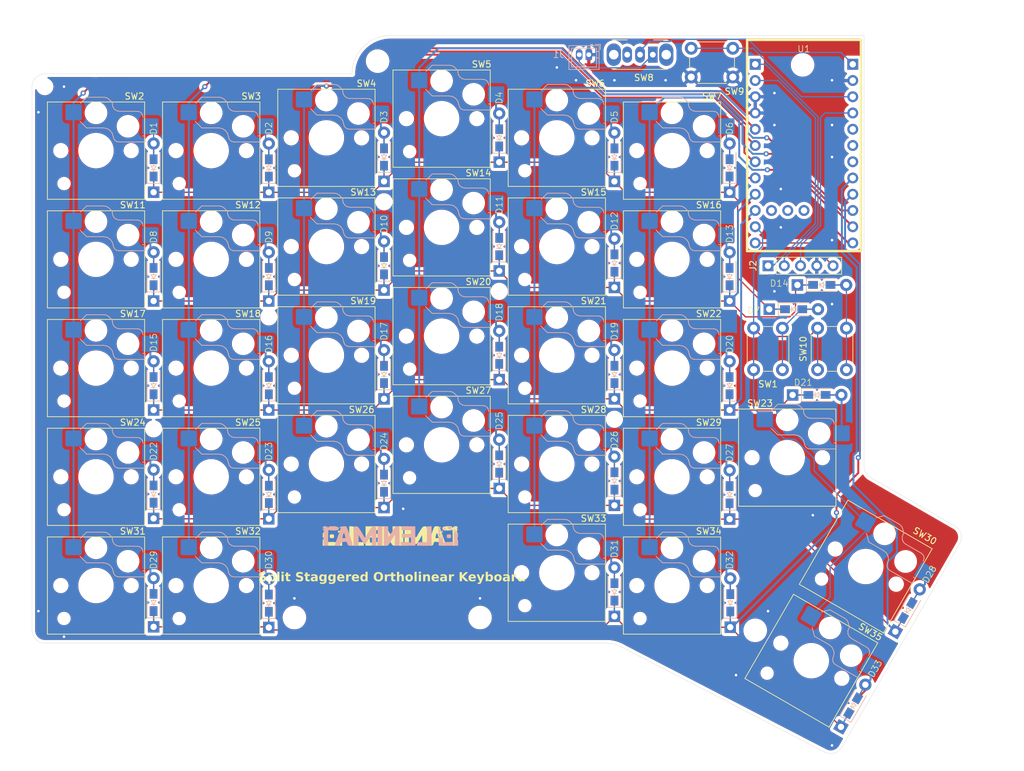
<source format=kicad_pcb>
(kicad_pcb (version 20240108) (generator "pcbnew") (generator_version "8.0")
  (layers (0 "F.Cu" signal) (31 "B.Cu" signal) (34 "B.Paste" user) (35 "F.Paste" user) (36 "B.SilkS" user "B.Silkscreen") (37 "F.SilkS" user "F.Silkscreen") (38 "B.Mask" user) (39 "F.Mask" user) (44 "Edge.Cuts" user))
  (net 0 "")
  (net 1 "GNDREF")
  (net 2 "Net-(D1-A)")
  (net 3 "ROW_3")
  (net 4 "ROW_4")
  (net 5 "Net-(D2-A)")
  (net 6 "Net-(D7-A)")
  (net 7 "Net-(D8-A)")
  (net 8 "Net-(D9-A)")
  (net 9 "Net-(D10-A)")
  (net 10 "Net-(D11-A)")
  (net 11 "Net-(D12-A)")
  (net 12 "Net-(D13-A)")
  (net 13 "Net-(D14-A)")
  (net 14 "Net-(D15-A)")
  (net 15 "Net-(D16-A)")
  (net 16 "Net-(D17-A)")
  (net 17 "Net-(D18-A)")
  (net 18 "ROW_2")
  (net 19 "Net-(D19-A)")
  (net 20 "Net-(D20-A)")
  (net 21 "Net-(D21-A)")
  (net 22 "Net-(D22-A)")
  (net 23 "Net-(D23-A)")
  (net 24 "Net-(D24-A)")
  (net 25 "Net-(D25-A)")
  (net 26 "ROW_1")
  (net 27 "Net-(D26-A)")
  (net 28 "Net-(D27-A)")
  (net 29 "Net-(D28-A)")
  (net 30 "Net-(D29-A)")
  (net 31 "Net-(D30-A)")
  (net 32 "Net-(D31-A)")
  (net 33 "ROW_0")
  (net 34 "Net-(D32-A)")
  (net 35 "Net-(D33-A)")
  (net 36 "Net-(J1-Pin_2)")
  (net 37 "+3.3V")
  (net 38 "VW_SCK")
  (net 39 "VW_CS")
  (net 40 "VW_MOSI")
  (net 41 "COL_A")
  (net 42 "Net-(U1-NRST)")
  (net 43 "COL_G")
  (net 44 "COL_F")
  (net 45 "COL_E")
  (net 46 "COL_D")
  (net 47 "COL_C")
  (net 48 "COL_B")
  (net 55 "Net-(D3-A)")
  (net 56 "Net-(D4-A)")
  (net 57 "Net-(D5-A)")
  (net 58 "Net-(D6-A)")
  (net 59 "Net-(SW8-B)")
  (footprint "Synth:SW_PUSH_6mm" (layer "F.Cu") (at 175 99 90)
    (property "Reference" "SW10")
    (property "Value" "NEXT")
  )
  (footprint "ScottoKeebs_Hotswap:Hotswap_Choc_V1V2" (layer "F.Cu") (at 150 136)
    (property "Reference" "SW34")
    (property "Value" "COMMAND")
  )
  (footprint "Synth:D_SMD-THT" (layer "F.Cu") (at 105 120 90)
    (property "Reference" "D24")
    (property "Value" "1N4148")
  )
  (footprint "ScottoKeebs_Hotswap:Hotswap_Choc_V1V2" (layer "F.Cu") (at 180.263138 133.02757 -30)
    (property "Reference" "SW30")
    (property "Value" "ALT_1")
  )
  (footprint "Synth:D_SMD-THT" (layer "F.Cu") (at 141 137 90)
    (property "Reference" "D31")
    (property "Value" "1N4148")
  )
  (footprint "ScottoKeebs_Hotswap:Hotswap_Choc_V1V2" (layer "F.Cu") (at 114 97)
    (property "Reference" "SW20")
    (property "Value" "D")
  )
  (footprint "ScottoKeebs_Hotswap:Hotswap_Choc_V1V2" (layer "F.Cu") (at 60 119)
    (property "Reference" "SW24")
    (property "Value" "SHIFT")
  )
  (footprint "ScottoKeebs_Hotswap:Hotswap_Choc_V1V2" (layer "F.Cu") (at 168 116)
    (property "Reference" "SW23")
    (property "Value" "M2")
  )
  (footprint "Synth:D_SMD-THT" (layer "F.Cu") (at 169 92.8)
    (property "Reference" "D7")
    (property "Value" "1N4148")
  )
  (footprint "Synth:D_SMD-THT" (layer "F.Cu") (at 87 104.75 90)
    (property "Reference" "D16")
    (property "Value" "1N4148")
  )
  (footprint "keyboard:MountingPin_M2" (layer "F.Cu") (at 141 110)
    (property "Reference" "H6" (hide yes))
    (property "Value" "MountingHole")
  )
  (footprint "ScottoKeebs_Hotswap:Hotswap_Choc_V1V2" (layer "F.Cu") (at 96 66)
    (property "Reference" "SW4")
    (property "Value" "2")
  )
  (footprint "Synth:D_SMD-THT" (layer "F.Cu") (at 159.1 138.7 90)
    (property "Reference" "D32")
    (property "Value" "1N4148")
  )
  (footprint "Synth:D_SMD-THT" (layer "F.Cu") (at 105 69 90)
    (property "Reference" "D3")
    (property "Value" "1N4148")
  )
  (footprint "ScottoKeebs_Hotswap:Hotswap_Choc_V1V2" (layer "F.Cu") (at 78 85)
    (property "Reference" "SW12")
    (property "Value" "Q")
  )
  (footprint "ScottoKeebs_Hotswap:Hotswap_Choc_V1V2" (layer "F.Cu") (at 114 80)
    (property "Reference" "SW14")
    (property "Value" "E")
  )
  (footprint "Synth:D_SMD-THT" (layer "F.Cu") (at 141 119.65 90)
    (property "Reference" "D26")
    (property "Value" "1N4148")
  )
  (footprint "ScottoKeebs_Hotswap:Hotswap_Choc_V1V2" (layer "F.Cu") (at 78 102)
    (property "Reference" "SW18")
    (property "Value" "A")
  )
  (footprint "ScottoKeebs_Hotswap:Hotswap_Choc_V1V2" (layer "F.Cu") (at 114 63)
    (property "Reference" "SW5")
    (property "Value" "3")
  )
  (footprint "Synth:D_SMD-THT" (layer "F.Cu") (at 87 70.71 90)
    (property "Reference" "D2")
    (property "Value" "1N4148")
  )
  (footprint "keyboard:MountingPin_M3" (layer "F.Cu") (at 104 54)
    (property "Reference" "H8" (hide yes))
    (property "Value" "MountingHole")
  )
  (footprint "Synth:D_SMD-THT" (layer "F.Cu") (at 105 103 90)
    (property "Reference" "D17")
    (property "Value" "1N4148")
  )
  (footprint "ScottoKeebs_Hotswap:Hotswap_Choc_V1V2" (layer "F.Cu") (at 132 83)
    (property "Reference" "SW15")
    (property "Value" "R")
  )
  (footprint "ScottoKeebs_Hotswap:Hotswap_Choc_V1V2" (layer "F.Cu") (at 60 102)
    (property "Reference" "SW17")
    (property "Value" "CAPS")
  )
  (footprint "Synth:D_SMD-THT" (layer "F.Cu") (at 87 87.7 90)
    (property "Reference" "D9")
    (property "Value" "1N4148")
  )
  (footprint "ScottoKeebs_Hotswap:Hotswap_Choc_V1V2" (layer "F.Cu") (at 96 117)
    (property "Reference" "SW26")
    (property "Value" "X")
  )
  (footprint "Synth:D_SMD-THT" (layer "F.Cu") (at 123 66 90)
    (property "Reference" "D4")
    (property "Value" "1N4148")
  )
  (footprint "Button_Switch_THT:SW_Slide_SPDT_Angled_CK_OS102011MA1Q" (layer "F.Cu") (at 147 53 180)
    (property "Reference" "SW8")
    (property "Value" "ON_OFF")
  )
  (footprint "Synth:D_SMD-THT" (layer "F.Cu") (at 172.65 106.2)
    (property "Reference" "D21")
    (property "Value" "1N4148")
  )
  (footprint "Synth:D_SMD-THT" (layer "F.Cu") (at 87 121.75 90)
    (property "Reference" "D23")
    (property "Value" "1N4148")
  )
  (footprint "Synth:D_SMD-THT" (layer "F.Cu") (at 123 117 90)
    (property "Reference" "D25")
    (property "Value" "1N4148")
  )
  (footprint "ScottoKeebs_Hotswap:Hotswap_Choc_V1V2" (layer "F.Cu") (at 60 136)
    (property "Reference" "SW31")
    (property "Value" "FN")
  )
  (footprint "Synth:D_SMD-THT" (layer "F.Cu") (at 186.8 139.9 60)
    (property "Reference" "D28")
    (property "Value" "1N4148")
  )
  (footprint "keyboard:MountingPin_M2" (layer "F.Cu") (at 52 58)
    (property "Reference" "H2" (hide yes))
    (property "Value" "MountingHole")
  )
  (footprint "ScottoKeebs_Hotswap:Hotswap_Choc_V1V2" (layer "F.Cu") (at 96 83)
    (property "Reference" "SW13")
    (property "Value" "W")
  )
  (footprint "ScottoKeebs_Hotswap:Hotswap_Choc_V1V2" (layer "F.Cu") (at 171.76314 147.75 -30)
    (property "Reference" "SW35")
    (property "Value" "SPACE")
  )
  (footprint "keyboard:MountingPin_M2" (layer "F.Cu") (at 87 94)
    (property "Reference" "H5" (hide yes))
    (property "Value" "MountingHole")
  )
  (footprint "keyboard:MountingPin_M3" (layer "F.Cu") (at 170.4 54.6)
    (property "Reference" "H7" (hide yes))
    (property "Value" "MountingHole")
  )
  (footprint "ScottoKeebs_Hotswap:Hotswap_Choc_V1V2" (layer "F.Cu") (at 60 68)
    (property "Reference" "SW2")
    (property "Value" "TILDA")
  )
  (footprint "ScottoKeebs_Hotswap:Hotswap_Choc_V1V2" (layer "F.Cu") (at 150 85)
    (property "Reference" "SW16")
    (property "Value" "T")
  )
  (footprint "ScottoKeebs_Hotswap:Hotswap_Choc_V1V2" (layer "F.Cu") (at 114 114)
    (property "Reference" "SW27")
    (property "Value" "C")
  )
  (footprint "ScottoKeebs_Hotswap:Hotswap_Choc_V1V2" (layer "F.Cu") (at 78 119)
    (property "Reference" "SW25")
    (property "Value" "Z")
  )
  (footprint "Synth:D_SMD-THT" (layer "F.Cu") (at 69 138.65 90)
    (property "Reference" "D29")
    (property "Value" "1N4148")
  )
  (footprint "keyboard:MountingPin_M3" (layer "F.Cu") (at 120 141)
    (property "Reference" "H11" (hide yes))
    (property "Value" "MountingHole")
  )
  (footprint "Synth:D_SMD-THT" (layer "F.Cu") (at 141 69 90)
    (property "Reference" "D5")
    (property "Value" "1N4148")
  )
  (footprint "Synth:D_SMD-THT" (layer "F.Cu") (at 123 83 90)
    (property "Reference" "D11")
    (property "Value" "1N4148")
  )
  (footprint "ScottoKeebs_Hotswap:Hotswap_Choc_V1V2" (layer "F.Cu") (at 60 85)
    (property "Reference" "SW11")
    (property "Value" "TAB")
  )
  (footprint "Synth:D_SMD-THT" (layer "F.Cu") (at 159 70.7 90)
    (property "Reference" "D6")
    (property "Value" "1N4148")
  )
  (footprint "keyboard:MountingPin_M3" (layer "F.Cu") (at 163 143)
    (property "Reference" "H9" (hide yes))
    (property "Value" "MountingHole")
  )
  (footprint "ScottoKeebs_Hotswap:Hotswap_Choc_V1V2" (layer "F.Cu") (at 78 68)
    (property "Reference" "SW3")
    (property "Value" "1")
  )
  (footprint "ScottoKeebs_Hotswap:Hotswap_Choc_V1V2" (layer "F.Cu") (at 150 119)
    (property "Reference" "SW29")
    (property "Value" "B")
  )
  (footprint "Synth:D_SMD-THT" (layer "F.Cu") (at 69 87.7 90)
    (property "Reference" "D8")
    (property "Value" "1N4148")
  )
  (footprint "ScottoKeebs_Hotswap:Hotswap_Choc_V1V2" (layer "F.Cu") (at 132 66)
    (property "Reference" "SW6")
    (property "Value" "4")
  )
  (footprint "keyboard:nice!nano" (layer "F.Cu") (at 163 54.5)
    (property "Reference" "U1")
    (property "Value" "nice!nano")
  )
  (footprint "Synth:D_SMD-THT" (layer "F.Cu") (at 141 103 90)
    (property "Reference" "D19")
    (property "Value" "1N4148")
  )
  (footprint "ScottoKeebs_Hotswap:Hotswap_Choc_V1V2" (layer "F.Cu") (at 132 134)
    (property "Reference" "SW33")
    (property "Value" "OPTION")
  )
  (footprint "Synth:lenimal_logo_full" (layer "F.Cu") (at 106 128.25)
    (property "Reference" "G***" (hide yes))
    (property "Value" "LOGO" (hide yes))
  )
  (footprint "Synth:D_SMD-THT" (layer "F.Cu") (at 87 138.75 90)
    (property "Reference" "D30")
    (property "Value" "1N4148")
  )
  (footprint "ScottoKeebs_Hotswap:Hotswap_Choc_V1V2" (layer "F.Cu") (at 132 117)
    (property "Reference" "SW28")
    (property "Value" "V")
  )
  (footprint "ScottoKeebs_Hotswap:Hotswap_Choc_V1V2" (layer "F.Cu") (at 132 100)
    (property "Reference" "SW21")
    (property "Value" "F")
  )
  (footprint "Synth:D_SMD-THT" (layer "F.Cu") (at 69 104.75 90)
    (property "Reference" "D15")
    (property "Value" "1N4148")
  )
  (footprint "Synth:D_SMD-THT" (layer "F.Cu") (at 173.4 89)
    (property "Reference" "D14")
    (property "Value" "1N4148")
  )
  (footprint "keyboard:MountingPin_M2" (layer "F.Cu") (at 105 76)
    (property "Reference" "H3" (hide yes))
    (property "Value" "MountingHole")
  )
  (footprint "Synth:D_SMD-THT" (layer "F.Cu") (at 105 86 90)
    (property "Reference" "D10")
    (property "Value" "1N4148")
  )
  (footprint "Synth:D_SMD-THT" (layer "F.Cu") (at 69 121.7 90)
    (property "Reference" "D22")
    (property "Value" "1N4148")
  )
  (footprint "Synth:D_SMD-THT" (layer "F.Cu") (at 159 104.75 90)
    (property "Reference" "D20")
    (property "Value" "1N4148")
  )
  (footprint "Connector_PinHeader_2.54mm:PinHeader_1x05_P2.54mm_Vertical" (layer "F.Cu") (at 165 86 90)
    (property "Reference" "J2")
    (property "Value" "nice!view")
  )
  (footprint "Synth:SW_PUSH_6mm" (layer "F.Cu") (at 156.25 54.25)
    (property "Reference" "SW9")
    (property "Value" "NRST")
  )
  (footprint "Synth:D_SMD-THT" (layer "F.Cu") (at 123 100 90)
    (property "Reference" "D18")
    (property "Value" "1N4148")
  )
  (footprint "Synth:D_SMD-THT" (layer "F.Cu") (at 69 70.7 90)
    (property "Reference" "D1")
    (property "Value" "1N4148")
  )
  (footprint "keyboard:MountingPin_M2" (layer "F.Cu") (at 123 90)
    (property "Reference" "H4" (hide yes))
    (property "Value" "MountingHole")
  )
  (footprint "ScottoKeebs_Hotswap:Hotswap_Choc_V1V2" (layer "F.Cu") (at 150 68)
    (property "Reference" "SW7")
    (property "Value" "5")
  )
  (footprint "Synth:D_SMD-THT" (layer "F.Cu") (at 159 121.8 90)
    (property "Reference" "D27")
    (property "Value" "1N4148")
  )
  (footprint "Synth:D_SMD-THT" (layer "F.Cu") (at 141 85.58 90)
    (property "Reference" "D12")
    (property "Value" "1N4148")
  )
  (footprint "ScottoKeebs_Hotswap:Hotswap_Choc_V1V2" (layer "F.Cu") (at 96 100)
    (property "Reference" "SW19")
    (property "Value" "S")
  )
  (footprint "Synth:D_SMD-THT" (layer "F.Cu") (at 159 87.7 90)
    (property "Reference" "D13")
    (property "Value" "1N4148")
  )
  (footprint "Synth:SW_PUSH_6mm" (layer "F.Cu") (at 165 99 90)
    (property "Reference" "SW1")
    (property "Value" "PLAY/PAUSE")
  )
  (footprint "ScottoKeebs_Hotswap:Hotswap_Choc_V1V2" (layer "F.Cu") (at 78 136)
    (property "Reference" "SW32")
    (property "Value" "CONTROL")
  )
  (footprint "keyboard:MountingPin_M2" (layer "F.Cu") (at 69 111.5)
    (property "Reference" "H1" (hide yes))
    (property "Value" "MountingHole")
  )
  (footprint "ScottoKeebs_Hotswap:Hotswap_Choc_V1V2" (layer "F.Cu") (at 150 102)
    (property "Reference" "SW22")
    (property "Value" "G")
  )
  (footprint "keyboard:MountingPin_M3" (layer "F.Cu") (at 91 141)
    (property "Reference" "H10" (hide yes))
    (property "Value" "MountingHole")
  )
  (footprint "Synth:D_SMD-THT" (layer "F.Cu") (at 178.3 154.8 60)
    (property "Reference" "D33")
    (property "Value" "1N4148")
  )
  (footprint "Synth:lenimal_logo_full" (layer "B.Cu") (at 106 128.25 180)
    (property "Reference" "G***" (hide yes))
    (property "Value" "LOGO" (hide yes))
  )
  (footprint "Connector_JST:JST_ZH_B2B-ZR_1x02_P1.50mm_Vertical" (layer "B.Cu") (at 137 53 180)
    (property "Reference" "J1")
    (property "Value" "BATT")
  )
  (gr_arc (start 100 56) (mid 101.757359 51.757359) (end 106 50) (stroke (width 0.05)) (layer "Edge.Cuts"))
  (gr_line (start 142.337811 145.712535) (end 173.8 161.999999) (stroke (width 0.05)) (layer "Edge.Cuts"))
  (gr_arc (start 139.765332 145) (mid 141.1 145.181425) (end 142.337811 145.712535) (stroke (width 0.05)) (layer "Edge.Cuts"))
  (gr_arc (start 181.015017 119.1) (mid 180.250489 118.319809) (end 180 117.25658) (stroke (width 0.05)) (layer "Edge.Cuts"))
  (gr_arc (start 194.2 126.7) (mid 195.13179 127.914367) (end 194.931924 129.431922) (stroke (width 0.05)) (layer "Edge.Cuts"))
  (gr_line (start 194.2 126.7) (end 181.015017 119.1) (stroke (width 0.05)) (layer "Edge.Cuts"))
  (gr_line (start 180 117.25658) (end 180 50) (stroke (width 0.05)) (layer "Edge.Cuts"))
  (gr_arc (start 52 145) (mid 50.585786 144.414214) (end 50 143) (stroke (width 0.05)) (layer "Edge.Cuts"))
  (gr_line (start 176.531922 161.268075) (end 194.931924 129.431922) (stroke (width 0.05)) (layer "Edge.Cuts"))
  (gr_line (start 52 145) (end 139.765332 145) (stroke (width 0.05)) (layer "Edge.Cuts"))
  (gr_line (start 50 143) (end 50 58) (stroke (width 0.05)) (layer "Edge.Cuts"))
  (gr_line (start 106 50) (end 180 50) (stroke (width 0.05)) (layer "Edge.Cuts"))
  (gr_arc (start 176.531922 161.268075) (mid 175.317555 162.199865) (end 173.8 161.999999) (stroke (width 0.05)) (layer "Edge.Cuts"))
  (gr_arc (start 50 58) (mid 50.585786 56.585786) (end 52 56) (stroke (width 0.05)) (layer "Edge.Cuts"))
  (gr_line (start 100 56) (end 52 56) (stroke (width 0.05)) (layer "Edge.Cuts"))
  (gr_text "Split Staggered Ortholinear Keyboard" (at 106.25 134.75 0) (layer "F.SilkS") (effects (font (size 1.4 1.4) (thickness 0.1))))
  (via (at 51 62) (size 0.8) (drill 0.4) (layers "F.Cu" "B.Cu") (net 1))
  (via (at 175 69) (size 0.8) (drill 0.4) (layers "F.Cu" "B.Cu") (net 1))
  (via (at 55 144) (size 0.8) (drill 0.4) (layers "F.Cu" "B.Cu") (net 1))
  (via (at 166 64) (size 0.8) (drill 0.4) (layers "F.Cu" "B.Cu") (net 1))
  (via (at 141 57) (size 0.8) (drill 0.4) (layers "F.Cu" "B.Cu") (net 1))
  (via (at 175 161) (size 0.8) (drill 0.4) (layers "F.Cu" "B.Cu") (net 1))
  (via (at 166 59) (size 0.8) (drill 0.4) (layers "F.Cu" "B.Cu") (net 1))
  (via (at 167 74) (size 0.8) (drill 0.4) (layers "F.Cu" "B.Cu") (net 1))
  (via (at 149 57) (size 0.8) (drill 0.4) (layers "F.Cu" "B.Cu") (net 1))
  (via (at 160 150) (size 0.8) (drill 0.4) (layers "F.Cu" "B.Cu") (net 1))
  (via (at 91 138) (size 0.8) (drill 0.4) (layers "F.Cu" "B.Cu") (net 1))
  (via (at 166 90) (size 0.8) (drill 0.4) (layers "F.Cu" "B.Cu") (net 1))
  (via (at 51 140) (size 0.8) (drill 0.4) (layers "F.Cu" "B.Cu") (net 1))
  (via (at 175 64) (size 0.8) (drill 0.4) (layers "F.Cu" "B.Cu") (net 1))
  (via (at 172 125) (size 0.8) (drill 0.4) (layers "F.Cu" "B.Cu") (net 1))
  (via (at 120 138) (size 0.8) (drill 0.4) (layers "F.Cu" "B.Cu") (net 1))
  (via (at 175 57) (size 0.8) (drill 0.4) (layers "F.Cu" "B.Cu") (net 1))
  (via (at 175 92) (size 0.8) (drill 0.4) (layers "F.Cu" "B.Cu") (net 1))
  (via (at 108 124) (size 0.8) (drill 0.4) (layers "F.Cu" "B.Cu") (net 1))
  (via (at 132 55) (size 0.8) (drill 0.4) (layers "F.Cu" "B.Cu") (net 1))
  (via (at 165 140) (size 0.8) (drill 0.4) (layers "F.Cu" "B.Cu") (net 1))
  (via (at 175 82) (size 0.8) (drill 0.4) (layers "F.Cu" "B.Cu") (net 1))
  (via (at 135 57) (size 0.8) (drill 0.4) (layers "F.Cu" "B.Cu") (net 1))
  (via (at 167 80) (size 0.8) (drill 0.4) (layers "F.Cu" "B.Cu") (net 1))
  (via (at 55 58) (size 0.8) (drill 0.4) (layers "F.Cu" "B.Cu") (net 1))
  (segment (start 175.04 57.04) (end 175 57) (width 0.3) (layer "B.Cu") (net 1))
  (segment (start 178.24 57.04) (end 175.04 57.04) (width 0.3) (layer "B.Cu") (net 1))
  (segment (start 69 66.89) (end 69 69.35) (width 0.2) (layer "F.Cu") (net 2))
  (segment (start 68.5 64.3) (end 69 64.8) (width 0.2) (layer "B.Cu") (net 2))
  (segment (start 68.5 64.2) (end 68.5 64.3) (width 0.2) (layer "B.Cu") (net 2))
  (segment (start 69 66.89) (end 69 69.35) (width 0.2) (layer "B.Cu") (net 2))
  (segment (start 69 64.8) (end 69 66.89) (width 0.2) (layer "B.Cu") (net 2))
  (segment (start 169.59 89) (end 169.3 89.29) (width 0.2) (layer "F.Cu") (net 3))
  (segment (start 159 91.51) (end 143.12 91.51) (width 0.2) (layer "F.Cu") (net 3))
  (segment (start 69 91.51) (end 69 89.05) (width 0.2) (layer "F.Cu") (net 3))
  (segment (start 87 91.51) (end 69 91.51) (width 0.2) (layer "F.Cu") (net 3))
  (segment (start 108 86.81) (end 105 89.81) (width 0.2) (layer "F.Cu") (net 3))
  (segment (start 88.7 89.81) (end 87 91.51) (width 0.2) (layer "F.Cu") (net 3))
  (segment (start 161.479 93.989) (end 159 91.51) (width 0.2) (layer "F.Cu") (net 3))
  (segment (start 168.411 93.989) (end 161.479 93.989) (width 0.2) (layer "F.Cu") (net 3))
  (segment (start 123 86.81) (end 123 84.35) (width 0.2) (layer "F.Cu") (net 3))
  (segment (start 123 86.81) (end 108 86.81) (width 0.2) (layer "F.Cu") (net 3))
  (segment (start 141 89.39) (end 141 86.93) (width 0.2) (layer "F.Cu") (net 3))
  (segment (start 141 89.39) (end 125.58 89.39) (width 0.2) (layer "F.Cu") (net 3))
  (segment (start 169.3 89.29) (end 169.3 93.1) (width 0.2) (layer "F.Cu") (net 3))
  (segment (start 125.58 89.39) (end 123 86.81) (width 0.2) (layer "F.Cu") (net 3))
  (segment (start 143.12 91.51) (end 141 89.39) (width 0.2) (layer "F.Cu") (net 3))
  (segment (start 105 89.81) (end 105 87.35) (width 0.2) (layer "F.Cu") (net 3))
  (segment (start 105 89.81) (end 88.7 89.81) (width 0.2) (layer "F.Cu") (net 3))
  (segment (start 87 91.51) (end 87 89.05) (width 0.2) (layer "F.Cu") (net 3))
  (segment (start 159 91.51) (end 159 89.05) (width 0.2) (layer "F.Cu") (net 3))
  (segment (start 172.05 89) (end 169.59 89) (width 0.2) (layer "F.Cu") (net 3))
  (segment (start 169.3 93.1) (end 168.411 93.989) (width 0.2) (layer "F.Cu") (net 3))
  (segment (start 163 74.82) (end 160.3 77.52) (width 0.3) (layer "B.Cu") (net 3))
  (segment (start 160.3025 90.2075) (end 159 91.51) (width 0.3) (layer "B.Cu") (net 3))
  (segment (start 172.05 89) (end 169.59 89) (width 0.2) (layer "B.Cu") (net 3))
  (segment (start 141 89.39) (end 141 86.93) (width 0.2) (layer "B.Cu") (net 3))
  (segment (start 159 91.51) (end 159 89.05) (width 0.2) (layer "B.Cu") (net 3))
  (segment (start 160.3025 83.350486) (end 160.3025 90.2075) (width 0.3) (layer "B.Cu") (net 3))
  (segment (start 105 89.81) (end 105 87.35) (width 0.2) (layer "B.Cu") (net 3))
  (segment (start 87 89.05) (end 87 91.51) (width 0.2) (layer "B.Cu") (net 3))
  (segment (start 123 84.35) (end 123 86.81) (width 0.2) (layer "B.Cu") (net 3))
  (segment (start 160.3 83.347986) (end 160.3025 83.350486) (width 0.3) (layer "B.Cu") (net 3))
  (segment (start 69 91.51) (end 69 89.05) (width 0.2) (layer "B.Cu") (net 3))
  (segment (start 160.3 77.52) (end 160.3 83.347986) (width 0.3) (layer "B.Cu") (net 3))
  (segment (start 108 69.81) (end 123 69.81) (width 0.2) (layer "F.Cu") (net 4))
  (segment (start 160.2525 75.7625) (end 160.2525 87.8625) (width 0.2) (layer "F.Cu") (net 4))
  (segment (start 138 69.81) (end 141 72.81) (width 0.2) (layer "F.Cu") (net 4))
  (segment (start 103.29 74.52) (end 105 72.81) (width 0.2) (layer "F.Cu") (net 4))
  (segment (start 160.2525 87.8625) (end 165.19 92.8) (width 0.2) (layer "F.Cu") (net 4))
  (segment (start 105 70.35) (end 105 72.81) (width 0.2) (layer "F.Cu") (net 4))
  (segment (start 142.7 74.51) (end 159 74.51) (width 0.2) (layer "F.Cu") (net 4))
  (segment (start 141 72.81) (end 142.7 74.51) (width 0.2) (layer "F.Cu") (net 4))
  (segment (start 86.99 74.51) (end 87 74.52) (width 0.2) (layer "F.Cu") (net 4))
  (segment (start 167.65 92.8) (end 165.19 92.8) (width 0.2) (layer "F.Cu") (net 4))
  (segment (start 123 67.35) (end 123 69.81) (width 0.2) (layer "F.Cu") (net 4))
  (segment (start 69 72.05) (end 69 74.51) (width 0.2) (layer "F.Cu") (net 4))
  (segment (start 123 69.81) (end 138 69.81) (width 0.2) (layer "F.Cu") (net 4))
  (segment (start 163 72.28) (end 161.23 72.28) (width 0.3) (layer "F.Cu") (net 4))
  (segment (start 159 72.05) (end 159 74.51) (width 0.2) (layer "F.Cu") (net 4))
  (segment (start 161.23 72.28) (end 159 74.51) (width 0.3) (layer "F.Cu") (net 4))
  (segment (start 159 74.51) (end 160.2525 75.7625) (width 0.2) (layer "F.Cu") (net 4))
  (segment (start 87 72.06) (end 87 74.52) (width 0.2) (layer "F.Cu") (net 4))
  (segment (start 141 70.35) (end 141 72.81) (width 0.2) (layer "F.Cu") (net 4))
  (segment (start 105 72.81) (end 108 69.81) (width 0.2) (layer "F.Cu") (net 4))
  (segment (start 69 74.51) (end 86.99 74.51) (width 0.2) (layer "F.Cu") (net 4))
  (segment (start 87 74.52) (end 103.29 74.52) (width 0.2) (layer "F.Cu") (net 4))
  (segment (start 87 72.06) (end 87 74.52) (width 0.2) (layer "B.Cu") (net 4))
  (segment (start 105 70.35) (end 105 72.81) (width 0.2) (layer "B.Cu") (net 4))
  (segment (start 141 70.35) (end 141 72.81) (width 0.2) (layer "B.Cu") (net 4))
  (segment (start 123 67.35) (end 123 69.81) (width 0.2) (layer "B.Cu") (net 4))
  (segment (start 167.65 92.8) (end 165.19 92.8) (width 0.2) (layer "B.Cu") (net 4))
  (segment (start 69 72.05) (end 69 74.51) (width 0.2) (layer "B.Cu") (net 4))
  (segment (start 159 72.05) (end 159 74.51) (width 0.2) (layer "B.Cu") (net 4))
  (segment (start 87 66.9) (end 87 69.36) (width 0.2) (layer "F.Cu") (net 5))
  (segment (start 87 66.9) (end 87 69.36) (width 0.2) (layer "B.Cu") (net 5))
  (segment (start 86.5 66.4) (end 87 66.9) (width 0.2) (layer "B.Cu") (net 5))
  (segment (start 86.5 64.2) (end 86.5 66.4) (width 0.2) (layer "B.Cu") (net 5))
  (segment (start 172.81 92.8) (end 170.35 92.8) (width 0.2) (layer "F.Cu") (net 6))
  (segment (start 167.25 95.75) (end 170.2 92.8) (width 0.2) (layer "B.Cu") (net 6))
  (segment (start 170.2 92.8) (end 170.35 92.8) (width 0.2) (layer "B.Cu") (net 6))
  (segment (start 170.35 92.8) (end 172.81 92.8) (width 0.2) (layer "B.Cu") (net 6))
  (segment (start 167.25 102.25) (end 167.25 95.75) (width 0.2) (layer "B.Cu") (net 6))
  (segment (start 69 86.35) (end 69 83.89) (width 0.2) (layer "F.Cu") (net 7))
  (segment (start 68.5 81.2) (end 68.5 83.39) (width 0.3) (layer "B.Cu") (net 7))
  (segment (start 68.5 83.39) (end 69 83.89) (width 0.3) (layer "B.Cu") (net 7))
  (segment (start 69 86.35) (end 69 83.89) (width 0.2) (layer "B.Cu") (net 7))
  (segment (start 87 86.35) (end 87 83.89) (width 0.2) (layer "F.Cu") (net 8))
  (segment (start 86.5 83.39) (end 87 83.89) (width 0.3) (layer "B.Cu") (net 8))
  (segment (start 87 83.89) (end 87 86.35) (width 0.2) (layer "B.Cu") (net 8))
  (segment (start 86.5 81.2) (end 86.5 83.39) (width 0.3) (layer "B.Cu") (net 8))
  (segment (start 105 84.65) (end 105 82.19) (width 0.2) (layer "F.Cu") (net 9))
  (segment (start 104.5 79.2) (end 104.5 81.69) (width 0.3) (layer "B.Cu") (net 9))
  (segment (start 104.5 81.69) (end 105 82.19) (width 0.3) (layer "B.Cu") (net 9))
  (segment (start 105 84.65) (end 105 82.19) (width 0.2) (layer "B.Cu") (net 9))
  (segment (start 123 81.65) (end 123 79.19) (width 0.2) (layer "F.Cu") (net 10))
  (segment (start 122.5 78.69) (end 123 79.19) (width 0.3) (layer "B.Cu") (net 10))
  (segment (start 123 79.19) (end 123 81.65) (width 0.2) (layer "B.Cu") (net 10))
  (segment (start 122.5 76.2) (end 122.5 78.69) (width 0.3) (layer "B.Cu") (net 10))
  (segment (start 141 84.23) (end 141 81.77) (width 0.2) (layer "F.Cu") (net 11))
  (segment (start 140.5 79.2) (end 140.5 81.27) (width 0.3) (layer "B.Cu") (net 11))
  (segment (start 140.5 81.27) (end 141 81.77) (width 0.3) (layer "B.Cu") (net 11))
  (segment (start 141 81.77) (end 141 84.23) (width 0.2) (layer "B.Cu") (net 11))
  (segment (start 159 86.35) (end 159 83.89) (width 0.2) (layer "F.Cu") (net 12))
  (segment (start 159 83.89) (end 159 86.35) (width 0.2) (layer "B.Cu") (net 12))
  (segment (start 158.5 83.39) (end 159 83.89) (width 0.3) (layer "B.Cu") (net 12))
  (segment (start 158.5 81.2) (end 158.5 83.39) (width 0.3) (layer "B.Cu") (net 12))
  (segment (start 177.21 89) (end 174.75 89) (width 0.2) (layer "F.Cu") (net 13))
  (segment (start 177.25 102.25) (end 177.25 95.75) (width 0.2) (layer "B.Cu") (net 13))
  (segment (start 177.25 89.04) (end 177.21 89) (width 0.2) (layer "B.Cu") (net 13))
  (segment (start 177.25 95.75) (end 177.25 89.04) (width 0.2) (layer "B.Cu") (net 13))
  (segment (start 177.21 89) (end 174.75 89) (width 0.2) (layer "B.Cu") (net 13))
  (segment (start 69 103.4) (end 69 100.94) (width 0.2) (layer "F.Cu") (net 14))
  (segment (start 68.5 100.44) (end 69 100.94) (width 0.3) (layer "B.Cu") (net 14))
  (segment (start 68.5 98.2) (end 68.5 100.44) (width 0.3) (layer "B.Cu") (net 14))
  (segment (start 69 100.94) (end 69 103.4) (width 0.2) (layer "B.Cu") (net 14))
  (segment (start 87 103.4) (end 87 100.94) (width 0.2) (layer "F.Cu") (net 15))
  (segment (start 87 100.94) (end 87 103.4) (width 0.2) (layer "B.Cu") (net 15))
  (segment (start 86.5 100.44) (end 87 100.94) (width 0.3) (layer "B.Cu") (net 15))
  (segment (start 86.5 98.2) (end 86.5 100.44) (width 0.3) (layer "B.Cu") (net 15))
  (segment (start 105 101.65) (end 105 99.19) (width 0.2) (layer "F.Cu") (net 16))
  (segment (start 105 99.19) (end 105 101.65) (width 0.2) (layer "B.Cu") (net 16))
  (segment (start 104.5 98.69) (end 105 99.19) (width 0.3) (layer "B.Cu") (net 16))
  (segment (start 104.5 96.2) (end 104.5 98.69) (width 0.3) (layer "B.Cu") (net 16))
  (segment (start 123 98.65) (end 123 96.19) (width 0.2) (layer "F.Cu") (net 17))
  (segment (start 123 96.19) (end 123 98.65) (width 0.2) (layer "B.Cu") (net 17))
  (segment (start 122.5 93.2) (end 122.5 95.69) (width 0.3) (layer "B.Cu") (net 17))
  (segment (start 122.5 95.69) (end 123 96.19) (width 0.3) (layer "B.Cu") (net 17))
  (segment (start 159 108.56) (end 159 106.1) (width 0.2) (layer "F.Cu") (net 18))
  (segment (start 159 108.56) (end 166.48 108.56) (width 0.2) (layer "F.Cu") (net 18))
  (segment (start 141 106.81) (end 141 104.35) (width 0.2) (layer "F.Cu") (net 18))
  (segment (start 123.49 103.81) (end 126.49 106.81) (width 0.2) (layer "F.Cu") (net 18))
  (segment (start 141 106.81) (end 142.75 108.56) (width 0.2) (layer "F.Cu") (net 18))
  (segment (start 166.48 108.56) (end 168.84 106.2) (width 0.2) (layer "F.Cu") (net 18))
  (segment (start 87 108.56) (end 103.25 108.56) (width 0.2) (layer "F.Cu") (net 18))
  (segment (start 142.75 108.56) (end 159 108.56) (width 0.2) (layer "F.Cu") (net 18))
  (segment (start 69 108.56) (end 69 106.1) (width 0.2) (layer "F.Cu") (net 18))
  (segment (start 123 103.81) (end 123.49 103.81) (width 0.2) (layer "F.Cu") (net 18))
  (segment (start 105 106.81) (end 108 103.81) (width 0.2) (layer "F.Cu") (net 18))
  (segment (start 69 108.56) (end 87 108.56) (width 0.2) (layer "F.Cu") (net 18))
  (segment (start 168.84 106.2) (end 171.3 106.2) (width 0.2) (layer "F.Cu") (net 18))
  (segment (start 126.49 106.81) (end 141 106.81) (width 0.2) (layer "F.Cu") (net 18))
  (segment (start 87 108.56) (end 87 106.1) (width 0.2) (layer "F.Cu") (net 18))
  (segment (start 123 103.81) (end 123 101.35) (width 0.2) (layer "F.Cu") (net 18))
  (segment (start 108 103.81) (end 123 103.81) (width 0.2) (layer "F.Cu") (net 18))
  (segment (start 105 106.81) (end 105 104.35) (width 0.2) (layer "F.Cu") (net 18))
  (segment (start 103.25 108.56) (end 105 106.81) (width 0.2) (layer "F.Cu") (net 18))
  (segment (start 163 77.36) (end 160.8025 79.5575) (width 0.3) (layer "B.Cu") (net 18))
  (segment (start 160.8025 79.5575) (end 160.8025 106.7575) (width 0.3) (layer "B.Cu") (net 18))
  (segment (start 141 106.81) (end 141 104.35) (width 0.2) (layer "B.Cu") (net 18))
  (segment (start 123 103.81) (end 123 101.35) (width 0.2) (layer "B.Cu") (net 18))
  (segment (start 105 106.81) (end 105 104.35) (width 0.2) (layer "B.Cu") (net 18))
  (segment (start 69 108.56) (end 69 106.1) (width 0.2) (layer "B.Cu") (net 18))
  (segment (start 87 108.56) (end 87 106.1) (width 0.2) (layer "B.Cu") (net 18))
  (segment (start 168.84 106.2) (end 171.3 106.2) (width 0.2) (layer "B.Cu") (net 18))
  (segment (start 159 108.56) (end 159 106.1) (width 0.2) (layer "B.Cu") (net 18))
  (segment (start 160.8025 106.7575) (end 159 108.56) (width 0.3) (layer "B.Cu") (net 18))
  (segment (start 141 101.65) (end 141 99.19) (width 0.2) (layer "F.Cu") (net 19))
  (segment (start 140.5 96.2) (end 140.5 98.69) (width 0.3) (layer "B.Cu") (net 19))
  (segment (start 141 99.19) (end 141 101.65) (width 0.2) (layer "B.Cu") (net 19))
  (segment (start 140.5 98.69) (end 141 99.19) (width 0.3) (layer "B.Cu") (net 19))
  (segment (start 159 100.94) (end 159 103.4) (width 0.2) (layer "F.Cu") (net 20))
  (segment (start 158.5 98.2) (end 158.5 100.44) (width 0.3) (layer "B.Cu") (net 20))
  (segment (start 158.5 100.44) (end 159 100.94) (width 0.3) (layer "B.Cu") (net 20))
  (segment (start 159 100.94) (end 159 103.4) (width 0.2) (layer "B.Cu") (net 20))
  (segment (start 174 106.2) (end 176.46 106.2) (width 0.2) (layer "F.Cu") (net 21))
  (segment (start 176.5 106.24) (end 176.46 106.2) (width 0.3) (layer "B.Cu") (net 21))
  (segment (start 176.5 112.2) (end 176.5 106.24) (width 0.3) (layer "B.Cu") (net 21))
  (segment (start 176.46 106.2) (end 174 106.2) (width 0.2) (layer "B.Cu") (net 21))
  (segment (start 69 120.35) (end 69 117.89) (width 0.2) (layer "F.Cu") (net 22))
  (segment (start 68.5 117.39) (end 69 117.89) (width 0.3) (layer "B.Cu") (net 22))
  (segment (start 69 117.89) (end 69 120.35) (width 0.2) (layer "B.Cu") (net 22))
  (segment (start 68.5 115.2) (end 68.5 117.39) (width 0.3) (layer "B.Cu") (net 22))
  (segment (start 87 120.4) (end 87 117.94) (width 0.2) (layer "F.Cu") (net 23))
  (segment (start 86.5 117.44) (end 87 117.94) (width 0.3) (layer "B.Cu") (net 23))
  (segment (start 87 117.94) (end 87 120.4) (width 0.2) (layer "B.Cu") (net 23))
  (segment (start 86.5 115.2) (end 86.5 117.44) (width 0.3) (layer "B.Cu") (net 23))
  (segment (start 105 118.65) (end 105 116.19) (width 0.2) (layer "F.Cu") (net 24))
  (segment (start 104.5 113.2) (end 104.5 115.69) (width 0.3) (layer "B.Cu") (net 24))
  (segment (start 105 116.19) (end 105 118.65) (width 0.2) (layer "B.Cu") (net 24))
  (segment (start 104.5 115.69) (end 105 116.19) (width 0.3) (layer "B.Cu") (net 24))
  (segment (start 123 115.65) (end 123 113.19) (width 0.2) (layer "F.Cu") (net 25))
  (segment (start 122.5 112.69) (end 123 113.19) (width 0.3) (layer "B.Cu") (net 25))
  (segment (start 122.5 110.2) (end 122.5 112.69) (width 0.3) (layer "B.Cu") (net 25))
  (segment (start 123 113.19) (end 123 115.65) (width 0.2) (layer "B.Cu") (net 25))
  (segment (start 87 125.56) (end 69.05 125.56) (width 0.2) (layer "F.Cu") (net 26))
  (segment (start 186.125 141.069134) (end 184.895 143.199556) (width 0.2) (layer "F.Cu") (net 26))
  (segment (start 108 120.81) (end 105 123.81) (width 0.2) (layer "F.Cu") (net 26))
  (segment (start 123 118.35) (end 123 120.81) (width 0.2) (layer "F.Cu") (net 26))
  (segment (start 159 125.61) (end 159 123.15) (width 0.2) (layer "F.Cu") (net 26))
  (segment (start 105 123.81) (end 105 121.35) (width 0.2) (layer "F.Cu") (net 26))
  (segment (start 123 120.81) (end 108 120.81) (width 0.2) (layer "F.Cu") (net 26))
  (segment (start 87 125.56) (end 87 123.1) (width 0.2) (layer "F.Cu") (net 26))
  (segment (start 141 123.46) (end 125.65 123.46) (width 0.2) (layer "F.Cu") (net 26))
  (segment (start 141 123.46) (end 141 121) (width 0.2) (layer "F.Cu") (net 26))
  (segment (start 88.75 123.81) (end 87 125.56) (width 0.2) (layer "F.Cu") (net 26))
  (segment (start 69.05 125.56) (end 69 125.51) (width 0.2) (layer "F.Cu") (net 26))
  (segment (start 159 125.61) (end 144.833654 125.61) (width 0.2) (layer "F.Cu") (net 26))
  (segment (start 125.65 123.46) (end 123 120.81) (width 0.2) (layer "F.Cu") (net 26))
  (segment (start 105 123.81) (end 88.75 123.81) (width 0.2) (layer "F.Cu") (net 26))
  (segment (start 167.305443 125.61) (end 184.895 143.199557) (width 0.2) (layer "F.Cu") (net 26))
  (segment (start 69 125.51) (end 69 123.05) (width 0.2) (layer "F.Cu") (net 26))
  (segment (start 142.683654 123.46) (end 141 123.46) (width 0.2) (layer "F.Cu") (net 26))
  (segment (start 159 125.61) (end 167.305443 125.61) (width 0.2) (layer "F.Cu") (net 26))
  (segment (start 144.833654 125.61) (end 142.683654 123.46) (width 0.2) (layer "F.Cu") (net 26))
  (segment (start 185.138138 130.869439) (end 183.676278 132.331299) (width 0.3) (layer "B.Cu") (net 26))
  (segment (start 185.138138 127.038138) (end 185.138138 130.869439) (width 0.3) (layer "B.Cu") (net 26))
  (segment (start 178.35 115.689339) (end 178.35 120.25) (width 0.3) (layer "B.Cu") (net 26))
  (segment (start 178.24 72.28) (end 176.54 73.98) (width 0.3) (layer "B.Cu") (net 26))
  (segment (start 123 120.81) (end 123 118.35) (width 0.2) (layer "B.Cu") (net 26))
  (segment (start 178.35 120.25) (end 185.138138 127.038138) (width 0.3) (layer "B.Cu") (net 26))
  (segment (start 141 123.46) (end 141 121) (width 0.2) (layer "B.Cu") (net 26))
  (segment (start 159 125.61) (end 159 123.15) (width 0.2) (layer "B.Cu") (net 26))
  (segment (start 183.676278 132.331299) (end 183.676278 141.980835) (width 0.3) (layer "B.Cu") (net 26))
  (segment (start 176.54 73.98) (end 176.54 83.89) (width 0.3) (layer "B.Cu") (net 26))
  (segment (start 69 125.51) (end 69 123.05) (width 0.2) (layer "B.Cu") (net 26))
  (segment (start 183.676278 141.980835) (end 184.895 143.199557) (width 0.3) (layer "B.Cu") (net 26))
  (segment (start 105 123.81) (end 105 121.35) (width 0.2) (layer "B.Cu") (net 26))
  (segment (start 176.54 83.89) (end 178.85 86.2) (width 0.3) (layer "B.Cu") (net 26))
  (segment (start 184.895 143.199556) (end 186.125 141.069134) (width 0.2) (layer "B.Cu") (net 26))
  (segment (start 178.85 86.2) (end 178.85 115.189339) (width 0.3) (layer "B.Cu") (net 26))
  (segment (start 87 125.56) (end 87 123.1) (width 0.2) (layer "B.Cu") (net 26))
  (segment (start 178.85 115.189339) (end 178.35 115.689339) (width 0.3) (layer "B.Cu") (net 26))
  (segment (start 141 118.3) (end 141 115.84) (width 0.2) (layer "F.Cu") (net 27))
  (segment (start 140.5 115.34) (end 141 115.84) (width 0.3) (layer "B.Cu") (net 27))
  (segment (start 140.5 113.2) (end 140.5 115.34) (width 0.3) (layer "B.Cu") (net 27))
  (segment (start 141 115.84) (end 141 118.3) (width 0.2) (layer "B.Cu") (net 27))
  (segment (start 159 120.45) (end 159 117.99) (width 0.2) (layer "F.Cu") (net 28))
  (segment (start 158.5 115.2) (end 158.5 117.49) (width 0.3) (layer "B.Cu") (net 28))
  (segment (start 159 117.99) (end 159 120.45) (width 0.2) (layer "B.Cu") (net 28))
  (segment (start 158.5 117.49) (end 159 117.99) (width 0.3) (layer "B.Cu") (net 28))
  (segment (start 188.704999 136.600444) (end 187.475 138.730866) (width 0.2) (layer "F.Cu") (net 29))
  (segment (start 189.524354 135.781089) (end 188.705 136.600443) (width 0.3) (layer "B.Cu") (net 29))
  (segment (start 188.704999 136.600444) (end 187.475 138.730866) (width 0.2) (layer "B.Cu") (net 29))
  (segment (start 189.524354 133.986673) (end 189.524354 135.781089) (width 0.3) (layer "B.Cu") (net 29))
  (segment (start 69 137.3) (end 69 134.84) (width 0.2) (layer "F.Cu") (net 30))
  (segment (start 69 134.84) (end 69 137.3) (width 0.2) (layer "B.Cu") (net 30))
  (segment (start 68.5 134.34) (end 69 134.84) (width 0.3) (layer "B.Cu") (net 30))
  (segment (start 68.5 132.2) (end 68.5 134.34) (width 0.3) (layer "B.Cu") (net 30))
  (segment (start 87 137.4) (end 87 134.94) (width 0.2) (layer "F.Cu") (net 31))
  (segment (start 86.5 134.44) (end 87 134.94) (width 0.3) (layer "B.Cu") (net 31))
  (segment (start 86.5 132.2) (end 86.5 134.44) (width 0.3) (layer "B.Cu") (net 31))
  (segment (start 87 134.94) (end 87 137.4) (width 0.2) (layer "B.Cu") (net 31))
  (segment (start 141 135.65) (end 141 133.19) (width 0.2) (layer "F.Cu") (net 32))
  (segment (start 141 133.19) (end 141 135.65) (width 0.2) (layer "B.Cu") (net 32))
  (segment (start 140.5 132.69) (end 141 133.19) (width 0.3) (layer "B.Cu") (net 32))
  (segment (start 140.5 130.2) (end 140.5 132.69) (width 0.3) (layer "B.Cu") (net 32))
  (segment (start 87 142.56) (end 87 140.1) (width 0.2) (layer "F.Cu") (net 33))
  (segment (start 142.7 142.51) (end 141 140.81) (width 0.2) (layer "F.Cu") (net 33))
  (segment (start 159.1 142.51) (end 159.1 140.05) (width 0.2) (layer "F.Cu") (net 33))
  (segment (start 159.1 142.51) (end 164.77814 148.18814) (width 0.2) (layer "F.Cu") (net 33))
  (segment (start 175.7 121.8) (end 175.7 124.6) (width 0.3) (layer "F.Cu") (net 33))
  (segment (start 138.86 142.95) (end 87.39 142.95) (width 0.2) (layer "F.Cu") (net 33))
  (segment (start 141 140.81) (end 141 138.35) (width 0.2) (layer "F.Cu") (net 33))
  (segment (start 86.64 142.46) (end 69 142.46) (width 0.2) (layer "F.Cu") (net 33))
  (segment (start 87 142.56) (end 86.74 142.56) (width 0.2) (layer "F.Cu") (net 33))
  (segment (start 179.1 116) (end 179.1 118.4) (width 0.3) (layer "F.Cu") (net 33))
  (segment (start 164.77814 148.18814) (end 166.483583 148.18814) (width 0.2) (layer "F.Cu") (net 33))
  (segment (start 176.395 158.099556) (end 177.625 155.969134) (width 0.2) (layer "F.Cu") (net 33))
  (segment (start 159.1 142.51) (end 142.7 142.51) (width 0.2) (layer "F.Cu") (net 33))
  (segment (start 179.1 118.4) (end 175.7 121.8) (width 0.3) (layer "F.Cu") (net 33))
  (segment (start 86.74 142.56) (end 86.64 142.46) (width 0.2) (layer "F.Cu") (net 33))
  (segment (start 69 142.46) (end 69 140) (width 0.2) (layer "F.Cu") (net 33))
  (segment (start 87.39 142.95) (end 87 142.56) (width 0.2) (layer "F.Cu") (net 33))
  (segment (start 141 140.81) (end 138.86 142.95) (width 0.2) (layer "F.Cu") (net 33))
  (segment (start 166.483583 148.18814) (end 176.395 158.099557) (width 0.2) (layer "F.Cu") (net 33))
  (via (at 175.7 124.6) (size 0.8) (drill 0.4) (layers "F.Cu" "B.Cu") (net 33))
  (via (at 179.1 116) (size 0.8) (drill 0.4) (layers "F.Cu" "B.Cu") (net 33))
  (segment (start 179.1 116) (end 179.35 115.75) (width 0.3) (layer "B.Cu") (net 33))
  (segment (start 175.7 126.2) (end 159.39 142.51) (width 0.3) (layer "B.Cu") (net 33))
  (segment (start 179.35 115.75) (end 179.35 85.75) (width 0.3) (layer "B.Cu") (net 33))
  (segment (start 175.7 124.6) (end 175.7 126.2) (width 0.3) (layer "B.Cu") (net 33))
  (segment (start 177.04 83.44) (end 177.04 76.02) (width 0.3) (layer "B.Cu") (net 33))
  (segment (start 69 142.46) (end 69 140) (width 0.2) (layer "B.Cu") (net 33))
  (segment (start 87 142.56) (end 87 140.1) (width 0.2) (layer "B.Cu") (net 33))
  (segment (start 141 140.81) (end 141 138.35) (width 0.2) (layer "B.Cu") (net 33))
  (segment (start 159.39 142.51) (end 159.1 142.51) (width 0.3) (layer "B.Cu") (net 33))
  (segment (start 177.04 76.02) (end 178.24 74.82) (width 0.3) (layer "B.Cu") (net 33))
  (segment (start 176.395 158.099556) (end 177.625 155.969134) (width 0.2) (layer "B.Cu") (net 33))
  (segment (start 159.1 142.51) (end 159.1 140.05) (width 0.2) (layer "B.Cu") (net 33))
  (segment (start 179.35 85.75) (end 177.04 83.44) (width 0.3) (layer "B.Cu") (net 33))
  (segment (start 159.1 137.35) (end 159.1 134.89) (width 0.2) (layer "F.Cu") (net 34))
  (segment (start 158.5 134.29) (end 159.1 134.89) (width 0.3) (layer "B.Cu") (net 34))
  (segment (start 158.5 132.2) (end 158.5 134.29) (width 0.3) (layer "B.Cu") (net 34))
  (segment (start 159.1 134.89) (end 159.1 137.35) (width 0.2) (layer "B.Cu") (net 34))
  (segment (start 180.205 151.500443) (end 180.205 152.400866) (width 0.3) (layer "F.Cu") (net 35))
  (segment (start 180.205 152.400866) (end 178.975 153.630866) (width 0.3) (layer "F.Cu") (net 35))
  (segment (start 181.024356 148.709103) (end 181.024356 150.681087) (width 0.3) (layer "B.Cu") (net 35))
  (segment (start 180.204999 151.500444) (end 178.975 153.630866) (width 0.2) (layer "B.Cu") (net 35))
  (segment (start 181.024356 150.681087) (end 180.205 151.500443) (width 0.3) (layer "B.Cu") (net 35))
  (segment (start 135.5 54.1) (end 135.5 53) (width 0.2) (layer "B.Cu") (net 36))
  (segment (start 136.45 55.05) (end 135.5 54.1) (width 0.2) (layer "B.Cu") (net 36))
  (segment (start 147 53) (end 144.95 55.05) (width 0.2) (layer "B.Cu") (net 36))
  (segment (start 144.95 55.05) (end 136.45 55.05) (width 0.2) (layer "B.Cu") (net 36))
  (segment (start 173.88 62.12) (end 178.24 62.12) (width 0.2) (layer "B.Cu") (net 37))
  (segment (start 173.2 79.731372) (end 173.2 62.8) (width 0.2) (layer "B.Cu") (net 37))
  (segment (start 173.2 62.8) (end 173.88 62.12) (width 0.2) (layer "B.Cu") (net 37))
  (segment (start 170.08 86) (end 170.08 82.851372) (width 0.2) (layer "B.Cu") (net 37))
  (segment (start 170.08 82.851372) (end 173.2 79.731372) (width 0.2) (layer "B.Cu") (net 37))
  (segment (start 167.54 84.825686) (end 167.54 86) (width 0.2) (layer "B.Cu") (net 38))
  (segment (start 172.8 79.565686) (end 167.54 84.825686) (width 0.2) (layer "B.Cu") (net 38))
  (segment (start 164.6 54.5) (end 172.8 62.7) (width 0.2) (layer "B.Cu") (net 38))
  (segment (start 172.8 62.7) (end 172.8 79.565686) (width 0.2) (layer "B.Cu") (net 38))
  (segment (start 163 54.5) (end 164.6 54.5) (width 0.2) (layer "B.Cu") (net 38))
  (segment (start 163 82.44) (end 171.6 82.44) (width 0.2) (layer "F.Cu") (net 39))
  (segment (start 171.6 82.44) (end 175.16 86) (width 0.2) (layer "F.Cu") (net 39))
  (segment (start 172.4 79.4) (end 172.4 62.865686) (width 0.2) (layer "B.Cu") (net 40))
  (segment (start 172.4 62.865686) (end 166.574314 57.04) (width 0.2) (layer "B.Cu") (net 40))
  (segment (start 165.8 86) (end 172.4 79.4) (width 0.2) (layer "B.Cu") (net 40))
  (segment (start 165 86) (end 165.8 86) (width 0.2) (layer "B.Cu") (net 40))
  (segment (start 166.574314 57.04) (end 163 57.04) (width 0.2) (layer "B.Cu") (net 40))
  (segment (start 172.75 95.75) (end 171.45 97.05) (width 0.2) (layer "F.Cu") (net 41))
  (segment (start 164.05 97.05) (end 162.75 95.75) (width 0.2) (layer "F.Cu") (net 41))
  (segment (start 171.45 97.05) (end 164.05 97.05) (width 0.2) (layer "F.Cu") (net 41))
  (segment (start 172.2 118.049369) (end 180.232049 126.081418) (width 0.2) (layer "B.Cu") (net 41))
  (segment (start 163 79.9) (end 164.15 81.05) (width 0.2) (layer "B.Cu") (net 41))
  (segment (start 164.15 82.916346) (end 162.75 84.316346) (width 0.2) (layer "B.Cu") (net 41))
  (segment (start 169.190864 113.125) (end 172.2 116.134136) (width 0.2) (layer "B.Cu") (net 41))
  (segment (start 167.625 113.125) (end 169.190864 113.125) (width 0.2) (layer "B.Cu") (net 41))
  (segment (start 164.15 81.05) (end 164.15 82.916346) (width 0.2) (layer "B.Cu") (net 41))
  (segment (start 180.232049 127.524794) (end 174.7 133.056843) (width 0.2) (layer "B.Cu") (net 41))
  (segment (start 162.75 108.25) (end 164.5 110) (width 0.2) (layer "B.Cu") (net 41))
  (segment (start 180.232049 126.081418) (end 180.232049 127.524794) (width 0.2) (layer "B.Cu") (net 41))
  (segment (start 172.75 95.75) (end 172.75 102.25) (width 0.2) (layer "B.Cu") (net 41))
  (segment (start 174.7 137.835899) (end 171.732051 140.803848) (width 0.2) (layer "B.Cu") (net 41))
  (segment (start 172.2 116.134136) (end 172.2 118.049369) (width 0.2) (layer "B.Cu") (net 41))
  (segment (start 162.75 95.75) (end 162.75 102.25) (width 0.2) (layer "B.Cu") (net 41))
  (segment (start 162.75 102.25) (end 162.75 108.25) (width 0.2) (layer "B.Cu") (net 41))
  (segment (start 174.7 133.056843) (end 174.7 137.835899) (width 0.2) (layer "B.Cu") (net 41))
  (segment (start 162.75 84.316346) (end 162.75 95.75) (width 0.2) (layer "B.Cu") (net 41))
  (segment (start 164.5 110) (end 167.625 113.125) (width 0.2) (layer "B.Cu") (net 41))
  (segment (start 159.5 52) (end 162.665686 52) (width 0.2) (layer "B.Cu") (net 42))
  (segment (start 153 52) (end 159.5 52) (width 0.2) (layer "B.Cu") (net 42))
  (segment (start 162.665686 52) (end 170.245686 59.58) (width 0.2) (layer "B.Cu") (net 42))
  (segment (start 170.245686 59.58) (end 178.24 59.58) (width 0.2) (layer "B.Cu") (net 42))
  (segment (start 109.592893 52) (end 132.926705 52) (width 0.3) (layer "F.Cu") (net 43))
  (segment (start 60.35 56.65) (end 64 56.65) (width 0.3) (layer "F.Cu") (net 43))
  (segment (start 58 59) (end 60.35 56.65) (width 0.3) (layer "F.Cu") (net 43))
  (segment (start 104.935126 56.657768) (end 106.764466 54.828428) (width 0.3) (layer "F.Cu") (net 43))
  (segment (start 64.007768 56.657768) (end 104.935126 56.657768) (width 0.3) (layer "F.Cu") (net 43))
  (segment (start 157.04 58.7) (end 163 64.66) (width 0.3) (layer "F.Cu") (net 43))
  (segment (start 106.764466 54.828428) (end 109.592893 52) (width 0.3) (layer "F.Cu") (net 43))
  (segment (start 132.926705 52) (end 139.626705 58.7) (width 0.3) (layer "F.Cu") (net 43))
  (segment (start 64 56.65) (end 64.007768 56.657768) (width 0.3) (layer "F.Cu") (net 43))
  (segment (start 139.626705 58.7) (end 157.04 58.7) (width 0.3) (layer "F.Cu") (net 43))
  (via (at 58 59) (size 0.8) (drill 0.4) (layers "F.Cu" "B.Cu") (net 43))
  (segment (start 56.5 62) (end 56.5 60.5) (width 0.3) (layer "B.Cu") (net 43))
  (segment (start 56.5 113) (end 56.5 96) (width 0.3) (layer "B.Cu") (net 43))
  (segment (start 56.5 60.5) (end 58 59) (width 0.3) (layer "B.Cu") (net 43))
  (segment (start 56.5 130) (end 56.5 113) (width 0.3) (layer "B.Cu") (net 43))
  (segment (start 56.5 79) (end 56.5 62) (width 0.3) (layer "B.Cu") (net 43))
  (segment (start 56.5 96) (end 56.5 79) (width 0.3) (layer "B.Cu") (net 43))
  (segment (start 77 58) (end 77.842232 57.157768) (width 0.3) (layer "F.Cu") (net 44))
  (segment (start 105.142232 57.157768) (end 109.8 52.5) (width 0.3) (layer "F.Cu") (net 44))
  (segment (start 161.8 64.167106) (end 161.8 66) (width 0.3) (layer "F.Cu") (net 44))
  (segment (start 139.419598 59.2) (end 156.832894 59.2) (width 0.3) (layer "F.Cu") (net 44))
  (segment (start 77.842232 57.157768) (end 105.142232 57.157768) (width 0.3) (layer "F.Cu") (net 44))
  (segment (start 109.8 52.5) (end 132.719598 52.5) (width 0.3) (layer "F.Cu") (net 44))
  (segment (start 161.8 66) (end 163 67.2) (width 0.3) (layer "F.Cu") (net 44))
  (segment (start 132.719598 52.5) (end 139.419598 59.2) (width 0.3) (layer "F.Cu") (net 44))
  (segment (start 156.832894 59.2) (end 161.8 64.167106) (width 0.3) (layer "F.Cu") (net 44))
  (via (at 77 58) (size 0.8) (drill 0.4) (layers "F.Cu" "B.Cu") (net 44))
  (segment (start 74.5 60.5) (end 77 58) (width 0.3) (layer "B.Cu") (net 44))
  (segment (start 74.5 96) (end 74.5 113) (width 0.3) (layer "B.Cu") (net 44))
  (segment (start 74.5 113) (end 74.5 130) (width 0.3) (layer "B.Cu") (net 44))
  (segment (start 74.5 62) (end 74.5 79) (width 0.3) (layer "B.Cu") (net 44))
  (segment (start 74.5 62) (end 74.5 60.5) (width 0.3) (layer "B.Cu") (net 44))
  (segment (start 74.5 79) (end 74.5 96) (width 0.3) (layer "B.Cu") (net 44))
  (segment (start 162.74 69.74) (end 163 69.74) (width 0.3) (layer "F.Cu") (net 45))
  (segment (start 161.3 68.3) (end 162.74 69.74) (width 0.3) (layer "F.Cu") (net 45))
  (segment (start 96 57.907768) (end 105.099338 57.907768) (width 0.3) (layer "F.Cu") (net 45))
  (segment (start 105.099338 57.907768) (end 110.007106 53) (width 0.3) (layer "F.Cu") (net 45))
  (segment (start 156.625788 59.7) (end 161.3 64.374212) (width 0.3) (layer "F.Cu") (net 45))
  (segment (start 132.512491 53) (end 139.212491 59.7) (width 0.3) (layer "F.Cu") (net 45))
  (segment (start 139.212491 59.7) (end 156.625788 59.7) (width 0.3) (layer "F.Cu") (net 45))
  (segment (start 161.3 64.374212) (end 161.3 68.3) (width 0.3) (layer "F.Cu") (net 45))
  (segment (start 110.007106 53) (end 132.512491 53) (width 0.3) (layer "F.Cu") (net 45))
  (via (at 96 57.907768) (size 0.8) (drill 0.4) (layers "F.Cu" "B.Cu") (net 45))
  (segment (start 92.5 94) (end 92.5 77) (width 0.3) (layer "B.Cu") (net 45))
  (segment (start 92.5 77) (end 92.5 60) (width 0.3) (layer "B.Cu") (net 45))
  (segment (start 92.5 111) (end 92.5 94) (width 0.3) (layer "B.Cu") (net 45))
  (segment (start 94.592232 57.907768) (end 96 57.907768) (width 0.3) (layer "B.Cu") (net 45))
  (segment (start 92.5 60) (end 94.592232 57.907768) (width 0.3) (layer "B.Cu") (net 45))
  (segment (start 165.047106 66) (end 176.407106 77.36) (width 0.3) (layer "F.Cu") (net 46))
  (segment (start 176.407106 77.36) (end 178.24 77.36) (width 0.3) (layer "F.Cu") (net 46))
  (segment (start 164.8 66) (end 165.047106 66) (width 0.3) (layer "F.Cu") (net 46))
  (via (at 164.8 66) (size 0.8) (drill 0.4) (layers "F.Cu" "B.Cu") (net 46))
  (segment (start 162.642943 66) (end 164.8 66) (width 0.3) (layer "B.Cu") (net 46))
  (segment (start 132.9 52.136396) (end 139.463604 58.7) (width 0.3) (layer "B.Cu") (net 46))
  (segment (start 110.5 55) (end 113.5 52) (width 0.3) (layer "B.Cu") (net 46))
  (segment (start 110.5 57) (end 110.5 55) (width 0.3) (layer "B.Cu") (net 46))
  (segment (start 132.9 52) (end 132.9 52.136396) (width 0.3) (layer "B.Cu") (net 46))
  (segment (start 157.7 58.7) (end 161.8 62.8) (width 0.3) (layer "B.Cu") (net 46))
  (segment (start 110.5 74) (end 110.5 91) (width 0.3) (layer "B.Cu") (net 46))
  (segment (start 113.5 52) (end 132.9 52) (width 0.3) (layer "B.Cu") (net 46))
  (segment (start 161.8 62.8) (end 161.8 65.157057) (width 0.3) (layer "B.Cu") (net 46))
  (segment (start 110.5 57) (end 110.5 74) (width 0.3) (layer "B.Cu") (net 46))
  (segment (start 161.8 65.157057) (end 162.642943 66) (width 0.3) (layer "B.Cu") (net 46))
  (segment (start 139.463604 58.7) (end 157.7 58.7) (width 0.3) (layer "B.Cu") (net 46))
  (segment (start 110.5 91) (end 110.5 108) (width 0.3) (layer "B.Cu") (net 46))
  (segment (start 166.84 68.5) (end 178.24 79.9) (width 0.3) (layer "F.Cu") (net 47))
  (segment (start 164.7 68.5) (end 166.84 68.5) (width 0.3) (layer "F.Cu") (net 47))
  (via (at 164.7 68.5) (size 0.8) (drill 0.4) (layers "F.Cu" "B.Cu") (net 47))
  (segment (start 157.087563 59.2) (end 161 63.112437) (width 0.3) (layer "B.Cu") (net 47))
  (segment (start 161 66.897057) (end 162.602943 68.5) (width 0.3) (layer "B.Cu") (net 47))
  (segment (start 128.5 60) (end 130.325 58.175) (width 0.3) (layer "B.Cu") (net 47))
  (segment (start 139.256497 59.2) (end 157.087563 59.2) (width 0.3) (layer "B.Cu") (net 47))
  (segment (start 128.5 111) (end 128.5 94) (width 0.3) (layer "B.Cu") (net 47))
  (segment (start 130.325 58.175) (end 138.231497 58.175) (width 0.3) (layer "B.Cu") (net 47))
  (segment (start 162.602943 68.5) (end 164.7 68.5) (width 0.3) (layer "B.Cu") (net 47))
  (segment (start 128.5 128) (end 128.5 111) (width 0.3) (layer "B.Cu") (net 47))
  (segment (start 138.231497 58.175) (end 139.256497 59.2) (width 0.3) (layer "B.Cu") (net 47))
  (segment (start 128.5 77) (end 128.5 60) (width 0.3) (layer "B.Cu") (net 47))
  (segment (start 128.5 94) (end 128.5 77) (width 0.3) (layer "B.Cu") (net 47))
  (segment (start 161 63.112437) (end 161 66.897057) (width 0.3) (layer "B.Cu") (net 47))
  (segment (start 177.54 82.44) (end 178.24 82.44) (width 0.3) (layer "F.Cu") (net 48))
  (segment (start 168.632894 71) (end 175.5 77.867106) (width 0.3) (layer "F.Cu") (net 48))
  (segment (start 175.5 77.867106) (end 175.5 80.4) (width 0.3) (layer "F.Cu") (net 48))
  (segment (start 164.9 71) (end 168.632894 71) (width 0.3) (layer "F.Cu") (net 48))
  (segment (start 175.5 80.4) (end 177.54 82.44) (width 0.3) (layer "F.Cu") (net 48))
  (via (at 164.9 71) (size 0.8) (drill 0.4) (layers "F.Cu" "B.Cu") (net 48))
  (segment (start 146.5 113) (end 146.5 130) (width 0.3) (layer "B.Cu") (net 48))
  (segment (start 160.5 68.937057) (end 160.5 63.319544) (width 0.3) (layer "B.Cu") (net 48))
  (segment (start 146.5 96) (end 146.5 113) (width 0.3) (layer "B.Cu") (net 48))
  (segment (start 160.5 63.319544) (end 156.880456 59.7) (width 0.3) (layer "B.Cu") (net 48))
  (segment (start 164.9 71) (end 162.562943 71) (width 0.3) (layer "B.Cu") (net 48))
  (segment (start 156.880456 59.7) (end 148.8 59.7) (width 0.3) (layer "B.Cu") (net 48))
  (segment (start 162.562943 71) (end 160.5 68.937057) (width 0.3) (layer "B.Cu") (net 48))
  (segment (start 146.5 62) (end 146.5 79) (width 0.3) (layer "B.Cu") (net 48))
  (segment (start 148.8 59.7) (end 146.5 62) (width 0.3) (layer "B.Cu") (net 48))
  (segment (start 146.5 79) (end 146.5 96) (width 0.3) (layer "B.Cu") (net 48))
  (segment (start 105 65.19) (end 105 67.65) (width 0.2) (layer "F.Cu") (net 55))
  (segment (start 104.5 62.2) (end 104.5 64.69) (width 0.3) (layer "B.Cu") (net 55))
  (segment (start 104.5 64.69) (end 105 65.19) (width 0.3) (layer "B.Cu") (net 55))
  (segment (start 105 65.19) (end 105 67.65) (width 0.2) (layer "B.Cu") (net 55))
  (segment (start 123 62.19) (end 123 64.65) (width 0.2) (layer "F.Cu") (net 56))
  (segment (start 122.5 59.2) (end 122.5 61.69) (width 0.3) (layer "B.Cu") (net 56))
  (segment (start 122.5 61.69) (end 123 62.19) (width 0.3) (layer "B.Cu") (net 56))
  (segment (start 123 62.19) (end 123 64.65) (width 0.2) (layer "B.Cu") (net 56))
  (segment (start 141 65.19) (end 141 67.65) (width 0.2) (layer "F.Cu") (net 57))
  (segment (start 140.5 62.2) (end 140.5 64.69) (width 0.3) (layer "B.Cu") (net 57))
  (segment (start 141 65.19) (end 141 67.65) (width 0.2) (layer "B.Cu") (net 57))
  (segment (start 140.5 64.69) (end 141 65.19) (width 0.3) (layer "B.Cu") (net 57))
  (segment (start 159 66.89) (end 159 69.35) (width 0.2) (layer "F.Cu") (net 58))
  (segment (start 158.5 64.2) (end 158.5 66.39) (width 0.2) (layer "B.Cu") (net 58))
  (segment (start 158.5 66.39) (end 159 66.89) (width 0.2) (layer "B.Cu") (net 58))
  (segment (start 159 66.89) (end 159 69.35) (width 0.2) (layer "B.Cu") (net 58))
  (segment (start 176.39 52.65) (end 163.95 52.65) (width 0.2) (layer "B.Cu") (net 59))
  (segment (start 178.24 54.5) (end 176.39 52.65) (width 0.2) (layer "B.Cu") (net 59))
  (segment (start 149.679899 50.95) (end 146.45 50.95) (width 0.2) (layer "B.Cu") (net 59))
  (segment (start 146.45 50.95) (end 145 52.4) (width 0.2) (layer "B.Cu") (net 59))
  (segment (start 145 52.4) (end 145 53) (width 0.2) (layer "B.Cu") (net 59))
  (segment (start 161.9 50.6) (end 150.029899 50.6) (width 0.2) (layer "B.Cu") (net 59))
  (segment (start 163.95 52.65) (end 161.9 50.6) (width 0.2) (layer "B.Cu") (net 59))
  (segment (start 150.029899 50.6) (end 149.679899 50.95) (width 0.2) (layer "B.Cu") (net 59))
  (zone (net 1) (net_name "GNDREF") (layer "F.Cu") (priority 2) (connect_pads (clearance 0.5)) (min_thickness 0.25) (fill yes (thermal_gap 0.5) (thermal_bridge_width 0.5))
    (polygon (pts (xy 45 45) (xy 185 45) (xy 185 115) (xy 205 115) (xy 205 165) (xy 140 165) (xy 140 150) (xy 45 150)))
  )
  (zone (net 1) (net_name "GNDREF") (layer "B.Cu") (priority 3) (connect_pads (clearance 0.5)) (min_thickness 0.25) (fill yes (thermal_gap 0.5) (thermal_bridge_width 0.5))
    (polygon (pts (xy 45 45) (xy 185 45) (xy 185 115) (xy 205 115) (xy 205 165) (xy 140 165) (xy 140 150) (xy 45 150)))
  )
)
</source>
